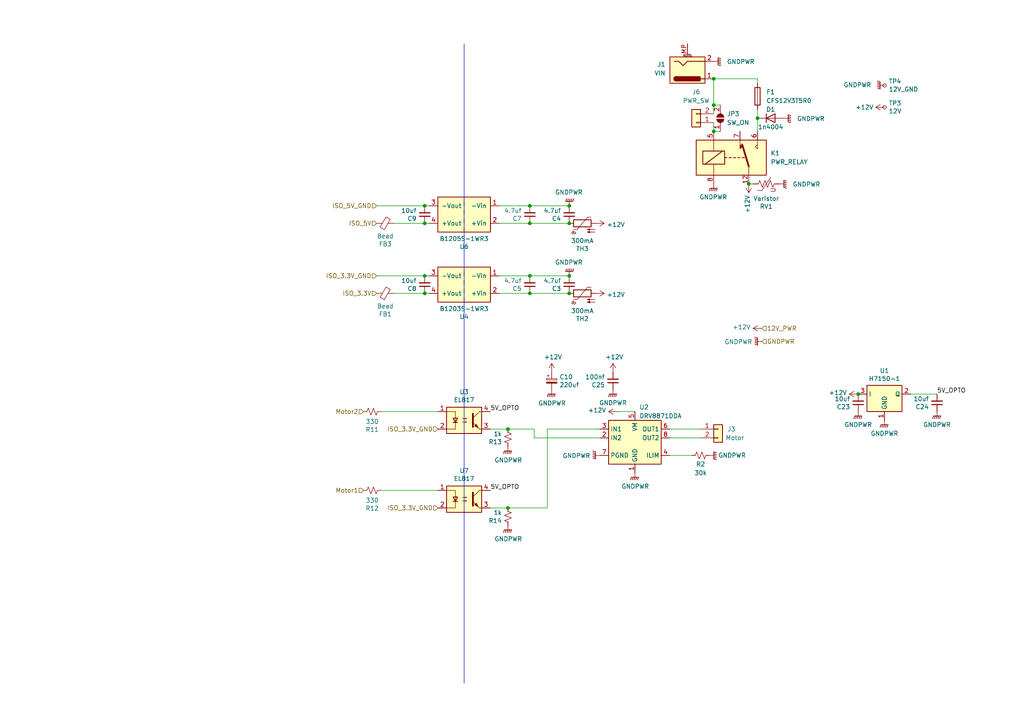
<source format=kicad_sch>
(kicad_sch (version 20230121) (generator eeschema)
  (paper "A4")
  (lib_symbols
    (symbol "Connector:Barrel_Jack_MountingPin" (pin_names hide)
      (property "Reference" "J" (at 0 5.334 0))
      (property "Value" "Barrel_Jack_MountingPin" (at 1.27 -6.35 0))
      (symbol "Barrel_Jack_MountingPin_0_1"
        (rectangle (start -5.08 3.81) (end 5.08 -3.81) (stroke (width 0.254)) (fill (type background)))
        (arc (start -3.302 3.175) (mid -3.9343 2.54) (end -3.302 1.905) (stroke (width 0.254)))
        (arc (start -3.302 3.175) (mid -3.9343 2.54) (end -3.302 1.905) (stroke (width 0.254)) (fill (type outline)))
        (polyline (pts (xy 5.08 2.54) (xy 3.81 2.54)) (stroke (width 0.254)))
        (polyline (pts (xy -3.81 -2.54) (xy -2.54 -2.54) (xy -1.27 -1.27) (xy 0 -2.54) (xy 2.54 -2.54) (xy 5.08 -2.54)) (stroke (width 0.254)))
        (rectangle (start 3.683 3.175) (end -3.302 1.905) (stroke (width 0.254)) (fill (type outline)))
      )
      (symbol "Barrel_Jack_MountingPin_1_1"
        (polyline (pts (xy -1.016 -4.572) (xy 1.016 -4.572)) (stroke (width 0.1524)))
        (text "Mounting" (at 0 -4.191 0) (effects (font (size 0.381 0.381))))
        (pin passive line (at 7.62 2.54 180) (length 2.54) (name "~") (number "1"))
        (pin passive line (at 7.62 -2.54 180) (length 2.54) (name "~") (number "2"))
        (pin passive line (at 0 -7.62 90) (length 3.048) (name "MountPin") (number "MP"))
      )
    )
    (symbol "Connector:TestPoint_Small" (pin_numbers hide) (pin_names (offset 0.762) hide)
      (property "Reference" "TP" (at 0 3.81 0))
      (property "Value" "TestPoint_Small" (at 0 2.032 0))
      (symbol "TestPoint_Small_0_1"
        (circle (center 0 0) (radius 0.508))
      )
      (symbol "TestPoint_Small_1_1"
        (pin passive line (at 0 0 90) (length 0) (name "1") (number "1"))
      )
    )
    (symbol "Connector_Generic:Conn_01x02" (pin_names (offset 1.016) hide)
      (property "Reference" "J" (at 0 2.54 0))
      (property "Value" "Conn_01x02" (at 0 -5.08 0))
      (symbol "Conn_01x02_1_1"
        (rectangle (start -1.27 -2.413) (end 0 -2.667) (stroke (width 0.1524)))
        (rectangle (start -1.27 0.127) (end 0 -0.127) (stroke (width 0.1524)))
        (rectangle (start -1.27 1.27) (end 1.27 -3.81) (stroke (width 0.254)) (fill (type background)))
        (pin passive line (at -5.08 0 0) (length 3.81) (name "Pin_1") (number "1"))
        (pin passive line (at -5.08 -2.54 0) (length 3.81) (name "Pin_2") (number "2"))
      )
    )
    (symbol "Device:C_Small" (pin_numbers hide) (pin_names (offset 0.254) hide)
      (property "Reference" "C" (at 0.254 1.778 0))
      (property "Value" "C_Small" (at 0.254 -2.032 0))
      (symbol "C_Small_0_1"
        (polyline (pts (xy -1.524 -0.508) (xy 1.524 -0.508)) (stroke (width 0.3302)))
        (polyline (pts (xy -1.524 0.508) (xy 1.524 0.508)) (stroke (width 0.3048)))
      )
      (symbol "C_Small_1_1"
        (pin passive line (at 0 2.54 270) (length 2.032) (name "~") (number "1"))
        (pin passive line (at 0 -2.54 90) (length 2.032) (name "~") (number "2"))
      )
    )
    (symbol "Device:D" (pin_numbers hide) (pin_names (offset 1.016) hide)
      (property "Reference" "D" (at 0 2.54 0))
      (property "Value" "D" (at 0 -2.54 0))
      (symbol "D_0_1"
        (polyline (pts (xy -1.27 1.27) (xy -1.27 -1.27)) (stroke (width 0.254)))
        (polyline (pts (xy 1.27 0) (xy -1.27 0)))
        (polyline (pts (xy 1.27 1.27) (xy 1.27 -1.27) (xy -1.27 0) (xy 1.27 1.27)) (stroke (width 0.254)))
      )
      (symbol "D_1_1"
        (pin passive line (at -3.81 0 0) (length 2.54) (name "K") (number "1"))
        (pin passive line (at 3.81 0 180) (length 2.54) (name "A") (number "2"))
      )
    )
    (symbol "Device:Fuse" (pin_numbers hide) (pin_names (offset 0))
      (property "Reference" "F" (at 2.032 0 90))
      (property "Value" "Fuse" (at -1.905 0 90))
      (symbol "Fuse_0_1"
        (rectangle (start -0.762 -2.54) (end 0.762 2.54) (stroke (width 0.254)))
        (polyline (pts (xy 0 2.54) (xy 0 -2.54)))
      )
      (symbol "Fuse_1_1"
        (pin passive line (at 0 3.81 270) (length 1.27) (name "~") (number "1"))
        (pin passive line (at 0 -3.81 90) (length 1.27) (name "~") (number "2"))
      )
    )
    (symbol "Device:R_Small_US" (pin_numbers hide) (pin_names (offset 0.254) hide)
      (property "Reference" "R" (at 0.762 0.508 0))
      (property "Value" "R_Small_US" (at 0.762 -1.016 0))
      (symbol "R_Small_US_1_1"
        (polyline (pts (xy 0 0) (xy 1.016 -0.381) (xy 0 -0.762) (xy -1.016 -1.143) (xy 0 -1.524)))
        (polyline (pts (xy 0 1.524) (xy 1.016 1.143) (xy 0 0.762) (xy -1.016 0.381) (xy 0 0)))
        (pin passive line (at 0 2.54 270) (length 1.016) (name "~") (number "1"))
        (pin passive line (at 0 -2.54 90) (length 1.016) (name "~") (number "2"))
      )
    )
    (symbol "Device:Thermistor_PTC" (pin_numbers hide) (pin_names (offset 0))
      (property "Reference" "TH" (at -4.064 0 90))
      (property "Value" "Thermistor_PTC" (at 3.048 0 90))
      (symbol "Thermistor_PTC_0_1"
        (arc (start -3.048 2.159) (mid -3.0495 2.3143) (end -3.175 2.413))
        (arc (start -3.048 2.159) (mid -2.9736 1.9794) (end -2.794 1.905))
        (arc (start -3.048 2.794) (mid -2.9736 2.6144) (end -2.794 2.54))
        (arc (start -2.794 1.905) (mid -2.6144 1.9794) (end -2.54 2.159))
        (arc (start -2.794 2.54) (mid -2.4393 2.5587) (end -2.159 2.794))
        (arc (start -2.794 3.048) (mid -2.9736 2.9736) (end -3.048 2.794))
        (arc (start -2.54 2.794) (mid -2.6144 2.9736) (end -2.794 3.048))
        (rectangle (start -1.016 2.54) (end 1.016 -2.54) (stroke (width 0.254)))
        (polyline (pts (xy -2.54 2.159) (xy -2.54 2.794)))
        (polyline (pts (xy -1.778 2.54) (xy -1.778 1.524) (xy 1.778 -1.524) (xy 1.778 -2.54)))
        (polyline (pts (xy -2.54 -3.683) (xy -2.54 -1.397) (xy -2.794 -2.159) (xy -2.286 -2.159) (xy -2.54 -1.397) (xy -2.54 -1.651)) (fill (type outline)))
        (polyline (pts (xy -1.778 -3.683) (xy -1.778 -1.397) (xy -2.032 -2.159) (xy -1.524 -2.159) (xy -1.778 -1.397) (xy -1.778 -1.651)) (fill (type outline)))
      )
      (symbol "Thermistor_PTC_1_1"
        (pin passive line (at 0 3.81 270) (length 1.27) (name "~") (number "1"))
        (pin passive line (at 0 -3.81 90) (length 1.27) (name "~") (number "2"))
      )
    )
    (symbol "Device:Varistor_US" (pin_numbers hide) (pin_names (offset 0))
      (property "Reference" "RV" (at 3.175 0 90))
      (property "Value" "Varistor_US" (at -3.175 0 90))
      (symbol "Varistor_US_0_0"
        (text "U" (at -1.778 -2.032 0) (effects (font (size 1.27 1.27))))
      )
      (symbol "Varistor_US_0_1"
        (polyline (pts (xy 0 -2.286) (xy 0 -2.54)))
        (polyline (pts (xy 0 2.286) (xy 0 2.54)))
        (polyline (pts (xy -1.905 2.54) (xy -1.905 1.27) (xy 1.905 -1.27)))
        (polyline (pts (xy 0 -0.762) (xy 1.016 -1.143) (xy 0 -1.524) (xy -1.016 -1.905) (xy 0 -2.286)))
        (polyline (pts (xy 0 0.762) (xy 1.016 0.381) (xy 0 0) (xy -1.016 -0.381) (xy 0 -0.762)))
        (polyline (pts (xy 0 2.286) (xy 1.016 1.905) (xy 0 1.524) (xy -1.016 1.143) (xy 0 0.762)))
      )
      (symbol "Varistor_US_1_1"
        (pin passive line (at 0 3.81 270) (length 1.27) (name "~") (number "1"))
        (pin passive line (at 0 -3.81 90) (length 1.27) (name "~") (number "2"))
      )
    )
    (symbol "ESP_Weight-rescue:B1203S-1WR3-Converter_DCDC" (pin_names (offset 1.016))
      (property "Reference" "U" (at 0 6.35 0))
      (property "Value" "Converter_DCDC_B1203S-1WR3" (at 0 -6.35 0))
      (symbol "B1203S-1WR3-Converter_DCDC_1_1"
        (rectangle (start -7.62 5.08) (end 7.62 -5.08) (stroke (width 0.254)) (fill (type background)))
        (polyline (pts (xy 0 -2.54) (xy 0 -3.81)))
        (polyline (pts (xy 0 0) (xy 0 -1.27)))
        (polyline (pts (xy 0 2.54) (xy 0 1.27)))
        (polyline (pts (xy 0 5.08) (xy 0 3.81)))
        (pin power_in line (at -10.16 -2.54 0) (length 2.54) (name "-Vin") (number "1"))
        (pin power_in line (at -10.16 2.54 0) (length 2.54) (name "+Vin") (number "2"))
        (pin power_out line (at 10.16 -2.54 180) (length 2.54) (name "-Vout") (number "3"))
        (pin power_out line (at 10.16 2.54 180) (length 2.54) (name "+Vout") (number "4"))
      )
    )
    (symbol "ESP_Weight-rescue:CP_Small-Device" (pin_numbers hide) (pin_names (offset 0.254) hide)
      (property "Reference" "C" (at 0.254 1.778 0))
      (property "Value" "Device_CP_Small" (at 0.254 -2.032 0))
      (symbol "CP_Small-Device_0_1"
        (rectangle (start -1.524 -0.3048) (end 1.524 -0.6858) (fill (type outline)))
        (rectangle (start -1.524 0.6858) (end 1.524 0.3048))
        (polyline (pts (xy -1.27 1.524) (xy -0.762 1.524)))
        (polyline (pts (xy -1.016 1.27) (xy -1.016 1.778)))
      )
      (symbol "CP_Small-Device_1_1"
        (pin passive line (at 0 2.54 270) (length 1.8542) (name "~") (number "1"))
        (pin passive line (at 0 -2.54 90) (length 1.8542) (name "~") (number "2"))
      )
    )
    (symbol "ESP_Weight-rescue:DRV8871DDA-Driver_Motor"
      (property "Reference" "U" (at -6.35 6.35 0))
      (property "Value" "DRV8871DDA-Driver_Motor" (at 8.89 6.35 0))
      (symbol "DRV8871DDA-Driver_Motor_0_1"
        (rectangle (start -7.62 5.08) (end 7.62 -7.62) (stroke (width 0.254)) (fill (type background)))
      )
      (symbol "DRV8871DDA-Driver_Motor_1_1"
        (pin power_in line (at 0 -10.16 90) (length 2.54) (name "GND") (number "1"))
        (pin input line (at -10.16 0 0) (length 2.54) (name "IN2") (number "2"))
        (pin input line (at -10.16 2.54 0) (length 2.54) (name "IN1") (number "3"))
        (pin passive line (at 10.16 -5.08 180) (length 2.54) (name "ILIM") (number "4"))
        (pin power_in line (at 0 7.62 270) (length 2.54) (name "VM") (number "5"))
        (pin output line (at 10.16 2.54 180) (length 2.54) (name "OUT1") (number "6"))
        (pin power_in line (at -10.16 -5.08 0) (length 2.54) (name "PGND") (number "7"))
        (pin output line (at 10.16 0 180) (length 2.54) (name "OUT2") (number "8"))
        (pin passive line (at 0 -10.16 90) (length 2.54) hide (name "GND") (number "9"))
      )
    )
    (symbol "ESP_Weight-rescue:Ferrite_Bead_Small-Device" (pin_numbers hide) (pin_names (offset 0))
      (property "Reference" "FB" (at 1.905 1.27 0))
      (property "Value" "Device_Ferrite_Bead_Small" (at 1.905 -1.27 0))
      (symbol "Ferrite_Bead_Small-Device_0_1"
        (polyline (pts (xy 0 -1.27) (xy 0 -0.7874)))
        (polyline (pts (xy 0 0.889) (xy 0 1.2954)))
        (polyline (pts (xy -1.8288 0.2794) (xy -1.1176 1.4986) (xy 1.8288 -0.2032) (xy 1.1176 -1.4224) (xy -1.8288 0.2794)))
      )
      (symbol "Ferrite_Bead_Small-Device_1_1"
        (pin passive line (at 0 2.54 270) (length 1.27) (name "~") (number "1"))
        (pin passive line (at 0 -2.54 90) (length 1.27) (name "~") (number "2"))
      )
    )
    (symbol "Isolator:EL817" (pin_names (offset 1.016))
      (property "Reference" "U" (at -5.08 5.08 0))
      (property "Value" "EL817" (at 0 5.08 0))
      (symbol "EL817_0_1"
        (rectangle (start -5.08 3.81) (end 5.08 -3.81) (stroke (width 0.254)) (fill (type background)))
        (polyline (pts (xy -3.175 -0.635) (xy -1.905 -0.635)) (stroke (width 0.254)))
        (polyline (pts (xy 2.54 0.635) (xy 4.445 2.54)))
        (polyline (pts (xy 4.445 -2.54) (xy 2.54 -0.635)) (fill (type outline)))
        (polyline (pts (xy 4.445 -2.54) (xy 5.08 -2.54)))
        (polyline (pts (xy 4.445 2.54) (xy 5.08 2.54)))
        (polyline (pts (xy -5.08 2.54) (xy -2.54 2.54) (xy -2.54 -0.635)))
        (polyline (pts (xy -2.54 -0.635) (xy -2.54 -2.54) (xy -5.08 -2.54)))
        (polyline (pts (xy 2.54 1.905) (xy 2.54 -1.905) (xy 2.54 -1.905)) (stroke (width 0.508)))
        (polyline (pts (xy -2.54 -0.635) (xy -3.175 0.635) (xy -1.905 0.635) (xy -2.54 -0.635)) (stroke (width 0.254)))
        (polyline (pts (xy -0.508 -0.508) (xy 0.762 -0.508) (xy 0.381 -0.635) (xy 0.381 -0.381) (xy 0.762 -0.508)))
        (polyline (pts (xy -0.508 0.508) (xy 0.762 0.508) (xy 0.381 0.381) (xy 0.381 0.635) (xy 0.762 0.508)))
        (polyline (pts (xy 3.048 -1.651) (xy 3.556 -1.143) (xy 4.064 -2.159) (xy 3.048 -1.651) (xy 3.048 -1.651)) (fill (type outline)))
      )
      (symbol "EL817_1_1"
        (pin passive line (at -7.62 2.54 0) (length 2.54) (name "~") (number "1"))
        (pin passive line (at -7.62 -2.54 0) (length 2.54) (name "~") (number "2"))
        (pin passive line (at 7.62 -2.54 180) (length 2.54) (name "~") (number "3"))
        (pin passive line (at 7.62 2.54 180) (length 2.54) (name "~") (number "4"))
      )
    )
    (symbol "Jumper:SolderJumper_2_Open" (pin_names (offset 0) hide)
      (property "Reference" "JP" (at 0 2.032 0))
      (property "Value" "SolderJumper_2_Open" (at 0 -2.54 0))
      (symbol "SolderJumper_2_Open_0_1"
        (arc (start -0.254 1.016) (mid -1.2656 0) (end -0.254 -1.016))
        (arc (start -0.254 1.016) (mid -1.2656 0) (end -0.254 -1.016) (fill (type outline)))
        (polyline (pts (xy -0.254 1.016) (xy -0.254 -1.016)))
        (polyline (pts (xy 0.254 1.016) (xy 0.254 -1.016)))
        (arc (start 0.254 -1.016) (mid 1.2656 0) (end 0.254 1.016))
        (arc (start 0.254 -1.016) (mid 1.2656 0) (end 0.254 1.016) (fill (type outline)))
      )
      (symbol "SolderJumper_2_Open_1_1"
        (pin passive line (at -3.81 0 0) (length 2.54) (name "A") (number "1"))
        (pin passive line (at 3.81 0 180) (length 2.54) (name "B") (number "2"))
      )
    )
    (symbol "Regulator_Linear:IFX27001TFV15"
      (property "Reference" "U" (at 0 6.35 0))
      (property "Value" "IFX27001TFV15" (at 0 3.81 0))
      (symbol "IFX27001TFV15_1_1"
        (rectangle (start -5.08 2.54) (end 5.08 -5.08) (stroke (width 0.254)) (fill (type background)))
        (pin power_in line (at 0 -7.62 90) (length 2.54) (name "GND") (number "1"))
        (pin power_out line (at 7.62 0 180) (length 2.54) (name "Q") (number "2"))
        (pin power_in line (at -7.62 0 0) (length 2.54) (name "I") (number "3"))
      )
    )
    (symbol "Relay:TIANBO-HJR-4102-L"
      (property "Reference" "K" (at 11.43 3.81 0))
      (property "Value" "TIANBO-HJR-4102-L" (at 11.43 1.27 0))
      (symbol "TIANBO-HJR-4102-L_0_0"
        (polyline (pts (xy 7.62 5.08) (xy 7.62 2.54) (xy 6.985 3.175) (xy 7.62 3.81)))
      )
      (symbol "TIANBO-HJR-4102-L_0_1"
        (rectangle (start -10.16 5.08) (end 10.16 -5.08) (stroke (width 0.254)) (fill (type background)))
        (rectangle (start -8.255 1.905) (end -1.905 -1.905) (stroke (width 0.254)))
        (polyline (pts (xy -7.62 -1.905) (xy -2.54 1.905)) (stroke (width 0.254)))
        (polyline (pts (xy -5.08 -5.08) (xy -5.08 -1.905)))
        (polyline (pts (xy -5.08 5.08) (xy -5.08 1.905)))
        (polyline (pts (xy -1.905 0) (xy -1.27 0)) (stroke (width 0.254)))
        (polyline (pts (xy -0.635 0) (xy 0 0)) (stroke (width 0.254)))
        (polyline (pts (xy 0.635 0) (xy 1.27 0)) (stroke (width 0.254)))
        (polyline (pts (xy 1.905 0) (xy 2.54 0)) (stroke (width 0.254)))
        (polyline (pts (xy 3.175 0) (xy 3.81 0)) (stroke (width 0.254)))
        (polyline (pts (xy 5.08 -2.54) (xy 3.175 3.81)) (stroke (width 0.508)))
        (polyline (pts (xy 5.08 -2.54) (xy 5.08 -5.08)))
        (polyline (pts (xy 2.54 5.08) (xy 2.54 2.54) (xy 3.175 3.175) (xy 2.54 3.81)) (fill (type outline)))
      )
      (symbol "TIANBO-HJR-4102-L_1_1"
        (pin passive line (at 5.08 -7.62 90) (length 2.54) (name "~") (number "12"))
        (pin passive line (at -5.08 7.62 270) (length 2.54) (name "~") (number "5"))
        (pin passive line (at 7.62 7.62 270) (length 2.54) (name "~") (number "6"))
        (pin passive line (at 2.54 7.62 270) (length 2.54) (name "~") (number "7"))
        (pin passive line (at -5.08 -7.62 90) (length 2.54) (name "~") (number "8"))
      )
    )
    (symbol "power:+12V" (power) (pin_names (offset 0))
      (property "Value" "+12V" (at 0 3.556 0))
      (symbol "+12V_0_1"
        (polyline (pts (xy -0.762 1.27) (xy 0 2.54)))
        (polyline (pts (xy 0 0) (xy 0 2.54)))
        (polyline (pts (xy 0 2.54) (xy 0.762 1.27)))
      )
      (symbol "+12V_1_1"
        (pin power_in line (at 0 0 90) (length 0) hide (name "+12V") (number "1"))
      )
    )
    (symbol "power:GNDPWR" (power) (pin_names (offset 0))
      (property "Value" "GNDPWR" (at 0 -3.302 0))
      (symbol "GNDPWR_0_1"
        (polyline (pts (xy 0 -1.27) (xy 0 0)))
        (polyline (pts (xy -1.016 -1.27) (xy -1.27 -2.032) (xy -1.27 -2.032)) (stroke (width 0.2032)))
        (polyline (pts (xy -0.508 -1.27) (xy -0.762 -2.032) (xy -0.762 -2.032)) (stroke (width 0.2032)))
        (polyline (pts (xy 0 -1.27) (xy -0.254 -2.032) (xy -0.254 -2.032)) (stroke (width 0.2032)))
        (polyline (pts (xy 0.508 -1.27) (xy 0.254 -2.032) (xy 0.254 -2.032)) (stroke (width 0.2032)))
        (polyline (pts (xy 1.016 -1.27) (xy -1.016 -1.27) (xy -1.016 -1.27)) (stroke (width 0.2032)))
        (polyline (pts (xy 1.016 -1.27) (xy 0.762 -2.032) (xy 0.762 -2.032) (xy 0.762 -2.032)) (stroke (width 0.2032)))
      )
      (symbol "GNDPWR_1_1"
        (pin power_in line (at 0 0 270) (length 0) hide (name "GNDPWR") (number "1"))
      )
    )
  )
  (junction (at 153.67 80.01))
  (junction (at 207.01 22.86))
  (junction (at 147.32 147.32))
  (junction (at 207.01 38.1))
  (junction (at 207.01 30.48))
  (junction (at 123.19 80.01))
  (junction (at 123.19 85.09))
  (junction (at 123.19 59.69))
  (junction (at 123.19 64.77))
  (junction (at 165.1 85.09))
  (junction (at 165.1 59.69))
  (junction (at 165.1 80.01))
  (junction (at 165.1 64.77))
  (junction (at 147.32 124.46))
  (junction (at 153.67 64.77))
  (junction (at 153.67 85.09))
  (junction (at 153.67 59.69))
  (junction (at 248.92 114.3))
  (junction (at 219.71 34.29))
  (junction (at 217.17 53.34))
  (wire (pts (xy 165.1 80.01) (xy 153.67 80.01)))
  (wire (pts (xy 127 119.38) (xy 110.49 119.38)))
  (wire (pts (xy 153.67 64.77) (xy 144.78 64.77)))
  (wire (pts (xy 124.46 59.69) (xy 123.19 59.69)))
  (wire (pts (xy 219.71 34.29) (xy 219.71 38.1)))
  (wire (pts (xy 153.67 59.69) (xy 144.78 59.69)))
  (wire (pts (xy 123.19 64.77) (xy 114.3 64.77)))
  (wire (pts (xy 153.67 85.09) (xy 144.78 85.09)))
  (wire (pts (xy 219.71 31.75) (xy 219.71 34.29)))
  (wire (pts (xy 219.71 22.86) (xy 207.01 22.86)))
  (wire (pts (xy 207.01 38.1) (xy 208.915 38.1)))
  (wire (pts (xy 154.94 127) (xy 173.99 127)))
  (wire (pts (xy 219.71 22.86) (xy 219.71 24.13)))
  (wire (pts (xy 147.32 147.32) (xy 158.75 147.32)))
  (wire (pts (xy 207.01 30.48) (xy 207.01 33.02)))
  (wire (pts (xy 173.99 124.46) (xy 158.75 124.46)))
  (wire (pts (xy 147.32 124.46) (xy 154.94 124.46)))
  (wire (pts (xy 127 142.24) (xy 110.49 142.24)))
  (wire (pts (xy 154.94 124.46) (xy 154.94 127)))
  (wire (pts (xy 203.2 127) (xy 194.31 127)))
  (wire (pts (xy 142.24 124.46) (xy 147.32 124.46)))
  (wire (pts (xy 153.67 80.01) (xy 144.78 80.01)))
  (wire (pts (xy 207.01 30.48) (xy 208.915 30.48)))
  (wire (pts (xy 153.67 64.77) (xy 165.1 64.77)))
  (wire (pts (xy 194.31 124.46) (xy 203.2 124.46)))
  (wire (pts (xy 158.75 124.46) (xy 158.75 147.32)))
  (wire (pts (xy 264.16 114.3) (xy 271.78 114.3)))
  (wire (pts (xy 123.19 80.01) (xy 124.46 80.01)))
  (wire (pts (xy 153.67 85.09) (xy 165.1 85.09)))
  (wire (pts (xy 207.01 22.86) (xy 207.01 30.48)))
  (wire (pts (xy 124.46 85.09) (xy 123.19 85.09)))
  (wire (pts (xy 123.19 80.01) (xy 109.22 80.01)))
  (wire (pts (xy 179.07 119.38) (xy 184.15 119.38)))
  (wire (pts (xy 194.31 132.08) (xy 200.66 132.08)))
  (wire (pts (xy 207.01 35.56) (xy 207.01 38.1)))
  (wire (pts (xy 123.19 59.69) (xy 109.22 59.69)))
  (wire (pts (xy 124.46 64.77) (xy 123.19 64.77)))
  (polyline (pts (xy 134.62 12.7) (xy 134.62 198.12)))
  (wire (pts (xy 217.17 53.34) (xy 218.44 53.34)))
  (wire (pts (xy 123.19 85.09) (xy 114.3 85.09)))
  (wire (pts (xy 165.1 59.69) (xy 153.67 59.69)))
  (wire (pts (xy 142.24 147.32) (xy 147.32 147.32)))
  (label "5V_OPTO" (at 142.24 119.38 0))
  (label "5V_OPTO" (at 271.78 114.3 0))
  (label "5V_OPTO" (at 142.24 142.24 0))
  (hierarchical_label "Motor1" (shape input) (at 105.41 142.24 180))
  (hierarchical_label "Motor2" (shape input) (at 105.41 119.38 180))
  (hierarchical_label "ISO_3.3V_GND" (shape input) (at 127 147.32 180))
  (hierarchical_label "ISO_3.3V_GND" (shape input) (at 109.22 80.01 180))
  (hierarchical_label "GNDPWR" (shape input) (at 220.98 99.06 0))
  (hierarchical_label "ISO_5V" (shape input) (at 109.22 64.77 180))
  (hierarchical_label "ISO_3.3V_GND" (shape input) (at 127 124.46 180))
  (hierarchical_label "ISO_5V_GND" (shape input) (at 109.22 59.69 180))
  (hierarchical_label "12V_PWR" (shape input) (at 220.98 95.25 0))
  (hierarchical_label "ISO_3.3V" (shape input) (at 109.22 85.09 180))
  (symbol (lib_id "Device:R_Small_US") (at 203.2 132.08 270) (unit 1)
    (property "Reference" "R2" (at 203.2 134.62 90))
    (property "Value" "30k" (at 203.2 137.16 90))
    (property "Footprint" "Resistor_SMD:R_0603_1608Metric" (effects hide))
  )
  (symbol (lib_id "Connector_Generic:Conn_01x02") (at 208.28 124.46 0) (unit 1)
    (property "Reference" "J3" (at 213.36 124.46 0) (effects (justify right)))
    (property "Value" "Motor" (at 215.9 127 0) (effects (justify right)))
    (property "Footprint" "Connector_Phoenix_MC:PhoenixContact_MC_1,5_2-G-3.5_1x02_P3.50mm_Horizontal" (effects hide))
  )
  (symbol (lib_id "Device:D") (at 223.52 34.29 0) (unit 1)
    (property "Reference" "D1" (at 223.52 31.75 0))
    (property "Value" "1n4004" (at 223.52 36.83 0))
    (property "Footprint" "Diode_SMD:D_SMA" (effects hide))
  )
  (symbol (lib_id "power:+12V") (at 217.17 53.34 180) (unit 1)
    (property "Reference" "#PWR0143" (effects hide))
    (property "Value" "+12V" (at 216.789 56.5912 90) (effects (justify left)))
  )
  (symbol (lib_id "power:GNDPWR") (at 220.98 99.06 270) (unit 1)
    (property "Reference" "#PWR0121" (effects hide))
    (property "Value" "GNDPWR" (at 218.2114 99.1616 90) (effects (justify right)))
  )
  (symbol (lib_id "power:GNDPWR") (at 184.15 137.16 0) (unit 1)
    (property "Reference" "#PWR0125" (effects hide))
    (property "Value" "GNDPWR" (at 184.2516 141.0716 0))
  )
  (symbol (lib_id "ESP_Weight-rescue:DRV8871DDA-Driver_Motor") (at 184.15 127 0) (unit 1)
    (property "Reference" "U2" (at 185.42 118.11 0) (effects (justify left)))
    (property "Value" "DRV8871DDA" (at 185.42 120.65 0) (effects (justify left)))
    (property "Footprint" "Package_SO:Texas_HTSOP-8-1EP_3.9x4.9mm_P1.27mm_EP2.95x4.9mm_Mask2.4x3.1mm_ThermalVias" (effects hide))
    (property "Datasheet" "http://www.ti.com/lit/ds/symlink/drv8871.pdf" (effects hide))
  )
  (symbol (lib_id "power:GNDPWR") (at 173.99 132.08 270) (unit 1)
    (property "Reference" "#PWR0126" (effects hide))
    (property "Value" "GNDPWR" (at 171.2214 132.1816 90) (effects (justify right)))
  )
  (symbol (lib_id "power:GNDPWR") (at 205.74 132.08 90) (unit 1)
    (property "Reference" "#PWR0127" (effects hide))
    (property "Value" "GNDPWR" (at 208.28 132.08 90) (effects (justify right)))
  )
  (symbol (lib_id "Connector:TestPoint_Small") (at 256.54 24.765 0) (unit 1)
    (property "Reference" "TP4" (at 257.7592 23.5966 0) (effects (justify left)))
    (property "Value" "12V_GND" (at 257.7592 25.908 0) (effects (justify left)))
    (property "Footprint" "TestPoint:TestPoint_THTPad_1.0x1.0mm_Drill0.5mm" (effects hide))
  )
  (symbol (lib_id "Connector:TestPoint_Small") (at 256.54 31.115 0) (unit 1)
    (property "Reference" "TP3" (at 257.7592 29.9466 0) (effects (justify left)))
    (property "Value" "12V" (at 257.7592 32.258 0) (effects (justify left)))
    (property "Footprint" "TestPoint:TestPoint_THTPad_1.0x1.0mm_Drill0.5mm" (effects hide))
  )
  (symbol (lib_id "power:GNDPWR") (at 147.32 152.4 0) (unit 1)
    (property "Reference" "#PWR0118" (effects hide))
    (property "Value" "GNDPWR" (at 147.4216 156.3116 0))
  )
  (symbol (lib_id "Regulator_Linear:IFX27001TFV15") (at 256.54 114.3 0) (unit 1)
    (property "Reference" "U1" (at 256.54 107.5182 0))
    (property "Value" "H7150-1" (at 256.54 109.8296 0))
    (property "Footprint" "Package_TO_SOT_SMD:SOT-23" (effects hide))
    (property "Datasheet" "https://static6.arrow.com/aropdfconversion/dc75757ae45a88e5f69bdce3f2a651a5fe0ca07d/ifx27001_ds_10.pdf" (effects hide))
  )
  (symbol (lib_id "power:GNDPWR") (at 256.54 121.92 0) (unit 1)
    (property "Reference" "#PWR0109" (effects hide))
    (property "Value" "GNDPWR" (at 256.54 125.73 0))
  )
  (symbol (lib_id "power:+12V") (at 248.92 114.3 90) (unit 1)
    (property "Reference" "#PWR0111" (effects hide))
    (property "Value" "+12V" (at 245.6688 113.919 90) (effects (justify left)))
  )
  (symbol (lib_id "Device:C_Small") (at 248.92 116.84 180) (unit 1)
    (property "Reference" "C23" (at 246.5832 118.0084 0) (effects (justify left)))
    (property "Value" "10uf" (at 246.5832 115.697 0) (effects (justify left)))
    (property "Footprint" "Capacitor_SMD:C_0603_1608Metric" (effects hide))
  )
  (symbol (lib_id "Device:C_Small") (at 271.78 116.84 180) (unit 1)
    (property "Reference" "C24" (at 269.4432 118.0084 0) (effects (justify left)))
    (property "Value" "10uf" (at 269.4432 115.697 0) (effects (justify left)))
    (property "Footprint" "Capacitor_SMD:C_0603_1608Metric" (effects hide))
  )
  (symbol (lib_id "power:GNDPWR") (at 271.78 119.38 0) (unit 1)
    (property "Reference" "#PWR0130" (effects hide))
    (property "Value" "GNDPWR" (at 271.78 123.19 0))
  )
  (symbol (lib_id "power:GNDPWR") (at 248.92 119.38 0) (unit 1)
    (property "Reference" "#PWR0131" (effects hide))
    (property "Value" "GNDPWR" (at 248.92 123.19 0))
  )
  (symbol (lib_id "ESP_Weight-rescue:B1203S-1WR3-Converter_DCDC") (at 134.62 82.55 180) (unit 1)
    (property "Reference" "U4" (at 134.62 91.8718 0))
    (property "Value" "B1203S-1WR3" (at 134.62 89.5604 0))
    (property "Footprint" "KIcad:B1205S-1WR3" (effects hide))
    (property "LCSC" "C5369464" (effects hide))
  )
  (symbol (lib_id "ESP_Weight-rescue:B1203S-1WR3-Converter_DCDC") (at 134.62 62.23 180) (unit 1)
    (property "Reference" "U6" (at 134.62 71.5518 0))
    (property "Value" "B1205S-1WR3" (at 134.62 69.2404 0))
    (property "Footprint" "KIcad:B1205S-1WR3" (effects hide))
  )
  (symbol (lib_id "Device:C_Small") (at 123.19 62.23 180) (unit 1)
    (property "Reference" "C9" (at 120.8532 63.3984 0) (effects (justify left)))
    (property "Value" "10uf" (at 120.8532 61.087 0) (effects (justify left)))
    (property "Footprint" "Capacitor_SMD:C_0603_1608Metric" (effects hide))
  )
  (symbol (lib_id "Device:C_Small") (at 153.67 62.23 180) (unit 1)
    (property "Reference" "C7" (at 151.3332 63.3984 0) (effects (justify left)))
    (property "Value" "4.7uf" (at 151.3332 61.087 0) (effects (justify left)))
    (property "Footprint" "Capacitor_SMD:C_0603_1608Metric" (effects hide))
  )
  (symbol (lib_id "Device:C_Small") (at 165.1 62.23 180) (unit 1)
    (property "Reference" "C4" (at 162.7632 63.3984 0) (effects (justify left)))
    (property "Value" "4.7uf" (at 162.7632 61.087 0) (effects (justify left)))
    (property "Footprint" "Capacitor_SMD:C_0603_1608Metric" (effects hide))
  )
  (symbol (lib_id "Device:C_Small") (at 153.67 82.55 180) (unit 1)
    (property "Reference" "C5" (at 151.3332 83.7184 0) (effects (justify left)))
    (property "Value" "4.7uf" (at 151.3332 81.407 0) (effects (justify left)))
    (property "Footprint" "Capacitor_SMD:C_0603_1608Metric" (effects hide))
  )
  (symbol (lib_id "Device:C_Small") (at 165.1 82.55 180) (unit 1)
    (property "Reference" "C3" (at 162.7632 83.7184 0) (effects (justify left)))
    (property "Value" "4.7uf" (at 162.7632 81.407 0) (effects (justify left)))
    (property "Footprint" "Capacitor_SMD:C_0603_1608Metric" (effects hide))
  )
  (symbol (lib_id "Device:C_Small") (at 123.19 82.55 180) (unit 1)
    (property "Reference" "C8" (at 120.8532 83.7184 0) (effects (justify left)))
    (property "Value" "10uf" (at 120.8532 81.407 0) (effects (justify left)))
    (property "Footprint" "Capacitor_SMD:C_0603_1608Metric" (effects hide))
  )
  (symbol (lib_id "ESP_Weight-rescue:Ferrite_Bead_Small-Device") (at 111.76 85.09 90) (unit 1)
    (property "Reference" "FB1" (at 111.76 91.1098 90))
    (property "Value" "Bead" (at 111.76 88.7984 90))
    (property "Footprint" "Fuse:Fuse_0603_1608Metric" (effects hide))
    (property "LCSC" "C304310" (effects hide))
  )
  (symbol (lib_id "ESP_Weight-rescue:Ferrite_Bead_Small-Device") (at 111.76 64.77 90) (unit 1)
    (property "Reference" "FB3" (at 111.76 70.7898 90))
    (property "Value" "Bead" (at 111.76 68.4784 90))
    (property "Footprint" "Fuse:Fuse_0603_1608Metric" (effects hide))
    (property "LCSC" "C304310" (effects hide))
  )
  (symbol (lib_id "power:+12V") (at 172.72 85.09 270) (unit 1)
    (property "Reference" "#PWR0101" (effects hide))
    (property "Value" "+12V" (at 175.9712 85.471 90) (effects (justify left)))
  )
  (symbol (lib_id "power:GNDPWR") (at 165.1 80.01 180) (unit 1)
    (property "Reference" "#PWR0102" (effects hide))
    (property "Value" "GNDPWR" (at 164.9984 76.0984 0))
  )
  (symbol (lib_id "power:GNDPWR") (at 165.1 59.69 180) (unit 1)
    (property "Reference" "#PWR0103" (effects hide))
    (property "Value" "GNDPWR" (at 164.9984 55.7784 0))
  )
  (symbol (lib_id "Device:Varistor_US") (at 222.25 53.34 90) (unit 1)
    (property "Reference" "RV1" (at 222.25 59.8932 90))
    (property "Value" "Varistor" (at 222.25 57.5818 90))
    (property "Footprint" "Fuse:Fuse_0603_1608Metric" (effects hide))
    (property "LCSC" "C20966" (effects hide))
  )
  (symbol (lib_id "power:+12V") (at 179.07 119.38 90) (unit 1)
    (property "Reference" "#PWR0104" (effects hide))
    (property "Value" "+12V" (at 175.8188 118.999 90) (effects (justify left)))
  )
  (symbol (lib_id "Device:Thermistor_PTC") (at 168.91 85.09 90) (unit 1)
    (property "Reference" "TH2" (at 168.91 92.456 90))
    (property "Value" "300mA" (at 168.91 90.1446 90))
    (property "Footprint" "Fuse:Fuse_0603_1608Metric" (effects hide))
    (property "LCSC" "C910820" (effects hide))
  )
  (symbol (lib_id "power:+12V") (at 172.72 64.77 270) (unit 1)
    (property "Reference" "#PWR0105" (effects hide))
    (property "Value" "+12V" (at 175.9712 65.151 90) (effects (justify left)))
  )
  (symbol (lib_id "Device:Thermistor_PTC") (at 168.91 64.77 90) (unit 1)
    (property "Reference" "TH3" (at 168.91 72.136 90))
    (property "Value" "300mA" (at 168.91 69.8246 90))
    (property "Footprint" "Fuse:Fuse_0603_1608Metric" (effects hide))
    (property "LCSC" "C910820" (effects hide))
  )
  (symbol (lib_id "Device:R_Small_US") (at 107.95 119.38 90) (unit 1)
    (property "Reference" "R11" (at 107.95 124.587 90))
    (property "Value" "330" (at 107.95 122.2756 90))
    (property "Footprint" "Resistor_SMD:R_0603_1608Metric" (effects hide))
  )
  (symbol (lib_id "Device:R_Small_US") (at 147.32 127 180) (unit 1)
    (property "Reference" "R13" (at 145.5928 128.1684 0) (effects (justify left)))
    (property "Value" "1k" (at 145.5928 125.857 0) (effects (justify left)))
    (property "Footprint" "Resistor_SMD:R_0603_1608Metric" (effects hide))
  )
  (symbol (lib_id "power:GNDPWR") (at 147.32 129.54 0) (unit 1)
    (property "Reference" "#PWR0106" (effects hide))
    (property "Value" "GNDPWR" (at 147.4216 133.4516 0))
  )
  (symbol (lib_id "Isolator:EL817") (at 134.62 121.92 0) (unit 1)
    (property "Reference" "U3" (at 134.62 113.665 0))
    (property "Value" "EL817" (at 134.62 115.9764 0))
    (property "Footprint" "KIcad:SOIC254P1030X460-4N" (effects hide))
    (property "Datasheet" "http://www.everlight.com/file/ProductFile/EL817.pdf" (effects hide))
    (property "LCSC" "C108646" (effects hide))
  )
  (symbol (lib_id "Isolator:EL817") (at 134.62 144.78 0) (unit 1)
    (property "Reference" "U7" (at 134.62 136.525 0))
    (property "Value" "EL817" (at 134.62 138.8364 0))
    (property "Footprint" "KIcad:SOIC254P1030X460-4N" (effects hide))
    (property "Datasheet" "http://www.everlight.com/file/ProductFile/EL817.pdf" (effects hide))
    (property "LCSC" "C108646" (effects hide))
  )
  (symbol (lib_id "Device:R_Small_US") (at 147.32 149.86 180) (unit 1)
    (property "Reference" "R14" (at 145.5928 151.0284 0) (effects (justify left)))
    (property "Value" "1k" (at 145.5928 148.717 0) (effects (justify left)))
    (property "Footprint" "Resistor_SMD:R_0603_1608Metric" (effects hide))
  )
  (symbol (lib_id "Device:R_Small_US") (at 107.95 142.24 90) (unit 1)
    (property "Reference" "R12" (at 107.95 147.447 90))
    (property "Value" "330" (at 107.95 145.1356 90))
    (property "Footprint" "Resistor_SMD:R_0603_1608Metric" (effects hide))
  )
  (symbol (lib_id "power:+12V") (at 220.98 95.25 90) (unit 1)
    (property "Reference" "#PWR0117" (effects hide))
    (property "Value" "+12V" (at 217.7288 94.869 90) (effects (justify left)))
  )
  (symbol (lib_id "Connector:Barrel_Jack_MountingPin") (at 199.39 20.32 0) (mirror x) (unit 1)
    (property "Reference" "J1" (at 193.04 18.6944 0) (effects (justify right)))
    (property "Value" "VIN" (at 193.04 21.2344 0) (effects (justify right)))
    (property "Footprint" "Connector_BarrelJack:BarrelJack_Horizontal" (effects hide))
    (property "LCSC" "C381116" (effects hide))
  )
  (symbol (lib_id "Jumper:SolderJumper_2_Open") (at 208.915 34.29 90) (unit 1)
    (property "Reference" "JP3" (at 210.82 33.02 90) (effects (justify right)))
    (property "Value" "SW_ON" (at 210.82 35.56 90) (effects (justify right)))
    (property "Footprint" "Jumper:SolderJumper-2_P1.3mm_Open_TrianglePad1.0x1.5mm" (effects hide))
  )
  (symbol (lib_id "Device:C_Small") (at 177.8 110.49 180) (unit 1)
    (property "Reference" "C25" (at 175.4632 111.6584 0) (effects (justify left)))
    (property "Value" "100nf" (at 175.4632 109.347 0) (effects (justify left)))
    (property "Footprint" "Capacitor_SMD:C_0603_1608Metric" (effects hide))
  )
  (symbol (lib_id "power:GNDPWR") (at 207.01 53.34 0) (unit 1)
    (property "Reference" "#PWR028" (effects hide))
    (property "Value" "GNDPWR" (at 206.883 57.15 0))
  )
  (symbol (lib_id "power:+12V") (at 177.8 107.95 0) (unit 1)
    (property "Reference" "#PWR07" (effects hide))
    (property "Value" "+12V" (at 178.181 103.5558 0))
  )
  (symbol (lib_id "power:GNDPWR") (at 256.54 24.765 270) (unit 1)
    (property "Reference" "#PWR032" (effects hide))
    (property "Value" "GNDPWR" (at 252.73 24.638 90) (effects (justify right)))
  )
  (symbol (lib_id "power:GNDPWR") (at 177.8 113.03 0) (unit 1)
    (property "Reference" "#PWR06" (effects hide))
    (property "Value" "GNDPWR" (at 177.8 116.84 0))
  )
  (symbol (lib_id "Relay:TIANBO-HJR-4102-L") (at 212.09 45.72 0) (unit 1)
    (property "Reference" "K1" (at 223.52 44.45 0) (effects (justify left)))
    (property "Value" "PWR_RELAY" (at 223.52 46.99 0) (effects (justify left)))
    (property "Footprint" "Relay_THT:Relay_SPDT_HJR-4102" (effects hide))
    (property "Datasheet" "https://cdn-reichelt.de/documents/datenblatt/C300/DS_HJR4102E.pdf" (effects hide))
    (property "LCSC" "C396939" (effects hide))
  )
  (symbol (lib_id "power:GNDPWR") (at 227.33 34.29 90) (unit 1)
    (property "Reference" "#PWR029" (effects hide))
    (property "Value" "GNDPWR" (at 231.14 34.417 90) (effects (justify right)))
  )
  (symbol (lib_id "power:GNDPWR") (at 207.01 17.78 90) (unit 1)
    (property "Reference" "#PWR030" (effects hide))
    (property "Value" "GNDPWR" (at 210.82 17.907 90) (effects (justify right)))
  )
  (symbol (lib_id "power:GNDPWR") (at 160.02 113.03 0) (unit 1)
    (property "Reference" "#PWR09" (effects hide))
    (property "Value" "GNDPWR" (at 160.1216 116.9416 0))
  )
  (symbol (lib_id "power:+12V") (at 256.54 31.115 90) (unit 1)
    (property "Reference" "#PWR033" (effects hide))
    (property "Value" "+12V" (at 253.365 31.115 90) (effects (justify left)))
  )
  (symbol (lib_id "power:GNDPWR") (at 226.06 53.34 90) (unit 1)
    (property "Reference" "#PWR031" (effects hide))
    (property "Value" "GNDPWR" (at 229.87 53.467 90) (effects (justify right)))
  )
  (symbol (lib_id "power:+12V") (at 160.02 107.95 0) (unit 1)
    (property "Reference" "#PWR08" (effects hide))
    (property "Value" "+12V" (at 160.401 103.5558 0))
  )
  (symbol (lib_id "ESP_Weight-rescue:CP_Small-Device") (at 160.02 110.49 0) (unit 1)
    (property "Reference" "C10" (at 162.2552 109.3216 0) (effects (justify left)))
    (property "Value" "220uf" (at 162.2552 111.633 0) (effects (justify left)))
    (property "Footprint" "Capacitor_SMD:CP_Elec_10x10" (effects hide))
    (property "LCSC" "TAJD157K016RNJ" (effects hide))
  )
  (symbol (lib_id "Connector_Generic:Conn_01x02") (at 201.93 35.56 180) (unit 1)
    (property "Reference" "J6" (at 201.93 26.67 0))
    (property "Value" "PWR_SW" (at 201.93 29.21 0))
    (property "Footprint" "Connector_Molex:Molex_SPOX_5267-02A_1x02_P2.50mm_Vertical" (effects hide))
  )
  (symbol (lib_id "Device:Fuse") (at 219.71 27.94 180) (unit 1)
    (property "Reference" "F1" (at 222.25 26.67 0) (effects (justify right)))
    (property "Value" "CFS12V3T5R0" (at 222.25 29.21 0) (effects (justify right)))
    (property "Footprint" "Fuse:Fuse_1206_3216Metric" (effects hide))
  )
)
</source>
